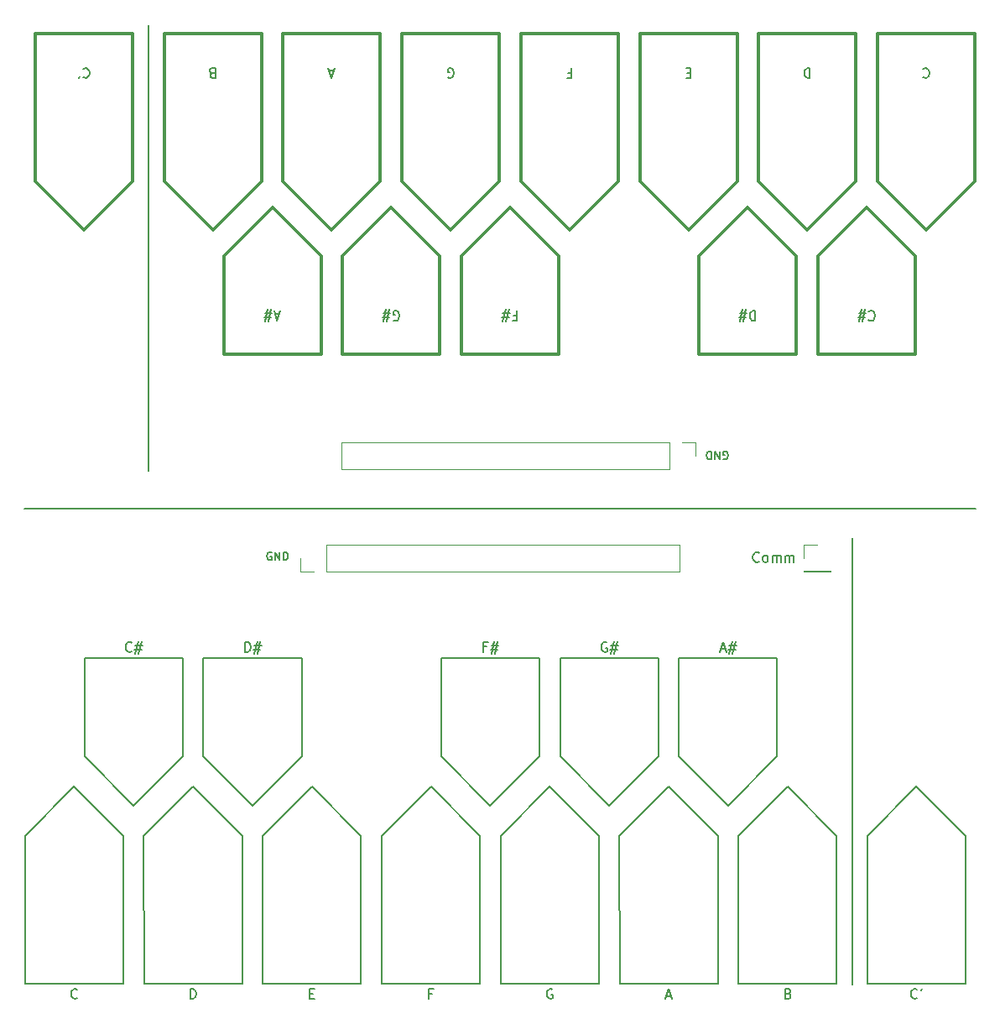
<source format=gbr>
%TF.GenerationSoftware,KiCad,Pcbnew,(6.0.5)*%
%TF.CreationDate,2022-09-04T14:03:00+01:00*%
%TF.ProjectId,MPR121TouchKeyboard,4d505231-3231-4546-9f75-63684b657962,rev?*%
%TF.SameCoordinates,Original*%
%TF.FileFunction,Legend,Top*%
%TF.FilePolarity,Positive*%
%FSLAX46Y46*%
G04 Gerber Fmt 4.6, Leading zero omitted, Abs format (unit mm)*
G04 Created by KiCad (PCBNEW (6.0.5)) date 2022-09-04 14:03:00*
%MOMM*%
%LPD*%
G01*
G04 APERTURE LIST*
%ADD10C,0.150000*%
%ADD11C,0.200000*%
%ADD12C,0.300000*%
%ADD13C,0.120000*%
G04 APERTURE END LIST*
D10*
X191000000Y-62000000D02*
X95000000Y-62000000D01*
X107470000Y-58200000D02*
X107470000Y-13200000D01*
X178500000Y-110000000D02*
X178500000Y-65000000D01*
X119910476Y-66440000D02*
X119834285Y-66401904D01*
X119720000Y-66401904D01*
X119605714Y-66440000D01*
X119529523Y-66516190D01*
X119491428Y-66592380D01*
X119453333Y-66744761D01*
X119453333Y-66859047D01*
X119491428Y-67011428D01*
X119529523Y-67087619D01*
X119605714Y-67163809D01*
X119720000Y-67201904D01*
X119796190Y-67201904D01*
X119910476Y-67163809D01*
X119948571Y-67125714D01*
X119948571Y-66859047D01*
X119796190Y-66859047D01*
X120291428Y-67201904D02*
X120291428Y-66401904D01*
X120748571Y-67201904D01*
X120748571Y-66401904D01*
X121129523Y-67201904D02*
X121129523Y-66401904D01*
X121320000Y-66401904D01*
X121434285Y-66440000D01*
X121510476Y-66516190D01*
X121548571Y-66592380D01*
X121586666Y-66744761D01*
X121586666Y-66859047D01*
X121548571Y-67011428D01*
X121510476Y-67087619D01*
X121434285Y-67163809D01*
X121320000Y-67201904D01*
X121129523Y-67201904D01*
X165519523Y-57010000D02*
X165595714Y-57048095D01*
X165710000Y-57048095D01*
X165824285Y-57010000D01*
X165900476Y-56933809D01*
X165938571Y-56857619D01*
X165976666Y-56705238D01*
X165976666Y-56590952D01*
X165938571Y-56438571D01*
X165900476Y-56362380D01*
X165824285Y-56286190D01*
X165710000Y-56248095D01*
X165633809Y-56248095D01*
X165519523Y-56286190D01*
X165481428Y-56324285D01*
X165481428Y-56590952D01*
X165633809Y-56590952D01*
X165138571Y-56248095D02*
X165138571Y-57048095D01*
X164681428Y-56248095D01*
X164681428Y-57048095D01*
X164300476Y-56248095D02*
X164300476Y-57048095D01*
X164110000Y-57048095D01*
X163995714Y-57010000D01*
X163919523Y-56933809D01*
X163881428Y-56857619D01*
X163843333Y-56705238D01*
X163843333Y-56590952D01*
X163881428Y-56438571D01*
X163919523Y-56362380D01*
X163995714Y-56286190D01*
X164110000Y-56248095D01*
X164300476Y-56248095D01*
%TO.C,J10*%
X159761904Y-111166666D02*
X160238095Y-111166666D01*
X159666666Y-111452380D02*
X160000000Y-110452380D01*
X160333333Y-111452380D01*
%TO.C,J5*%
X123785714Y-110928571D02*
X124119047Y-110928571D01*
X124261904Y-111452380D02*
X123785714Y-111452380D01*
X123785714Y-110452380D01*
X124261904Y-110452380D01*
%TO.C,J12*%
X172071428Y-110928571D02*
X172214285Y-110976190D01*
X172261904Y-111023809D01*
X172309523Y-111119047D01*
X172309523Y-111261904D01*
X172261904Y-111357142D01*
X172214285Y-111404761D01*
X172119047Y-111452380D01*
X171738095Y-111452380D01*
X171738095Y-110452380D01*
X172071428Y-110452380D01*
X172166666Y-110500000D01*
X172214285Y-110547619D01*
X172261904Y-110642857D01*
X172261904Y-110738095D01*
X172214285Y-110833333D01*
X172166666Y-110880952D01*
X172071428Y-110928571D01*
X171738095Y-110928571D01*
%TO.C,J26*%
X120738095Y-42333333D02*
X120261904Y-42333333D01*
X120833333Y-42047619D02*
X120500000Y-43047619D01*
X120166666Y-42047619D01*
X119880952Y-42714285D02*
X119166666Y-42714285D01*
X119595238Y-43142857D02*
X119880952Y-41857142D01*
X119261904Y-42285714D02*
X119976190Y-42285714D01*
X119547619Y-41857142D02*
X119261904Y-43142857D01*
%TO.C,J7*%
X141642857Y-75928571D02*
X141309523Y-75928571D01*
X141309523Y-76452380D02*
X141309523Y-75452380D01*
X141785714Y-75452380D01*
X142119047Y-75785714D02*
X142833333Y-75785714D01*
X142404761Y-75357142D02*
X142119047Y-76642857D01*
X142738095Y-76214285D02*
X142023809Y-76214285D01*
X142452380Y-76642857D02*
X142738095Y-75357142D01*
%TO.C,J28*%
X100928571Y-17642857D02*
X100976190Y-17595238D01*
X101119047Y-17547619D01*
X101214285Y-17547619D01*
X101357142Y-17595238D01*
X101452380Y-17690476D01*
X101500000Y-17785714D01*
X101547619Y-17976190D01*
X101547619Y-18119047D01*
X101500000Y-18309523D01*
X101452380Y-18404761D01*
X101357142Y-18500000D01*
X101214285Y-18547619D01*
X101119047Y-18547619D01*
X100976190Y-18500000D01*
X100928571Y-18452380D01*
X100452380Y-18547619D02*
X100547619Y-18357142D01*
%TO.C,J13*%
X185071428Y-111357142D02*
X185023809Y-111404761D01*
X184880952Y-111452380D01*
X184785714Y-111452380D01*
X184642857Y-111404761D01*
X184547619Y-111309523D01*
X184500000Y-111214285D01*
X184452380Y-111023809D01*
X184452380Y-110880952D01*
X184500000Y-110690476D01*
X184547619Y-110595238D01*
X184642857Y-110500000D01*
X184785714Y-110452380D01*
X184880952Y-110452380D01*
X185023809Y-110500000D01*
X185071428Y-110547619D01*
X185547619Y-110452380D02*
X185452380Y-110642857D01*
%TO.C,J23*%
X137738095Y-18500000D02*
X137833333Y-18547619D01*
X137976190Y-18547619D01*
X138119047Y-18500000D01*
X138214285Y-18404761D01*
X138261904Y-18309523D01*
X138309523Y-18119047D01*
X138309523Y-17976190D01*
X138261904Y-17785714D01*
X138214285Y-17690476D01*
X138119047Y-17595238D01*
X137976190Y-17547619D01*
X137880952Y-17547619D01*
X137738095Y-17595238D01*
X137690476Y-17642857D01*
X137690476Y-17976190D01*
X137880952Y-17976190D01*
%TO.C,J4*%
X117238095Y-76452380D02*
X117238095Y-75452380D01*
X117476190Y-75452380D01*
X117619047Y-75500000D01*
X117714285Y-75595238D01*
X117761904Y-75690476D01*
X117809523Y-75880952D01*
X117809523Y-76023809D01*
X117761904Y-76214285D01*
X117714285Y-76309523D01*
X117619047Y-76404761D01*
X117476190Y-76452380D01*
X117238095Y-76452380D01*
X118190476Y-75785714D02*
X118904761Y-75785714D01*
X118476190Y-75357142D02*
X118190476Y-76642857D01*
X118809523Y-76214285D02*
X118095238Y-76214285D01*
X118523809Y-76642857D02*
X118809523Y-75357142D01*
%TO.C,J24*%
X132238095Y-43000000D02*
X132333333Y-43047619D01*
X132476190Y-43047619D01*
X132619047Y-43000000D01*
X132714285Y-42904761D01*
X132761904Y-42809523D01*
X132809523Y-42619047D01*
X132809523Y-42476190D01*
X132761904Y-42285714D01*
X132714285Y-42190476D01*
X132619047Y-42095238D01*
X132476190Y-42047619D01*
X132380952Y-42047619D01*
X132238095Y-42095238D01*
X132190476Y-42142857D01*
X132190476Y-42476190D01*
X132380952Y-42476190D01*
X131809523Y-42714285D02*
X131095238Y-42714285D01*
X131523809Y-43142857D02*
X131809523Y-41857142D01*
X131190476Y-42285714D02*
X131904761Y-42285714D01*
X131476190Y-41857142D02*
X131190476Y-43142857D01*
%TO.C,J3*%
X111738095Y-111452380D02*
X111738095Y-110452380D01*
X111976190Y-110452380D01*
X112119047Y-110500000D01*
X112214285Y-110595238D01*
X112261904Y-110690476D01*
X112309523Y-110880952D01*
X112309523Y-111023809D01*
X112261904Y-111214285D01*
X112214285Y-111309523D01*
X112119047Y-111404761D01*
X111976190Y-111452380D01*
X111738095Y-111452380D01*
%TO.C,J6*%
X136142857Y-110928571D02*
X135809523Y-110928571D01*
X135809523Y-111452380D02*
X135809523Y-110452380D01*
X136285714Y-110452380D01*
%TO.C,J8*%
X148261904Y-110500000D02*
X148166666Y-110452380D01*
X148023809Y-110452380D01*
X147880952Y-110500000D01*
X147785714Y-110595238D01*
X147738095Y-110690476D01*
X147690476Y-110880952D01*
X147690476Y-111023809D01*
X147738095Y-111214285D01*
X147785714Y-111309523D01*
X147880952Y-111404761D01*
X148023809Y-111452380D01*
X148119047Y-111452380D01*
X148261904Y-111404761D01*
X148309523Y-111357142D01*
X148309523Y-111023809D01*
X148119047Y-111023809D01*
%TO.C,J1*%
X100309523Y-111357142D02*
X100261904Y-111404761D01*
X100119047Y-111452380D01*
X100023809Y-111452380D01*
X99880952Y-111404761D01*
X99785714Y-111309523D01*
X99738095Y-111214285D01*
X99690476Y-111023809D01*
X99690476Y-110880952D01*
X99738095Y-110690476D01*
X99785714Y-110595238D01*
X99880952Y-110500000D01*
X100023809Y-110452380D01*
X100119047Y-110452380D01*
X100261904Y-110500000D01*
X100309523Y-110547619D01*
%TO.C,J11*%
X165261904Y-76166666D02*
X165738095Y-76166666D01*
X165166666Y-76452380D02*
X165500000Y-75452380D01*
X165833333Y-76452380D01*
X166119047Y-75785714D02*
X166833333Y-75785714D01*
X166404761Y-75357142D02*
X166119047Y-76642857D01*
X166738095Y-76214285D02*
X166023809Y-76214285D01*
X166452380Y-76642857D02*
X166738095Y-75357142D01*
%TO.C,J17*%
X180190476Y-42142857D02*
X180238095Y-42095238D01*
X180380952Y-42047619D01*
X180476190Y-42047619D01*
X180619047Y-42095238D01*
X180714285Y-42190476D01*
X180761904Y-42285714D01*
X180809523Y-42476190D01*
X180809523Y-42619047D01*
X180761904Y-42809523D01*
X180714285Y-42904761D01*
X180619047Y-43000000D01*
X180476190Y-43047619D01*
X180380952Y-43047619D01*
X180238095Y-43000000D01*
X180190476Y-42952380D01*
X179809523Y-42714285D02*
X179095238Y-42714285D01*
X179523809Y-43142857D02*
X179809523Y-41857142D01*
X179190476Y-42285714D02*
X179904761Y-42285714D01*
X179476190Y-41857142D02*
X179190476Y-43142857D01*
%TO.C,J16*%
X185690476Y-17642857D02*
X185738095Y-17595238D01*
X185880952Y-17547619D01*
X185976190Y-17547619D01*
X186119047Y-17595238D01*
X186214285Y-17690476D01*
X186261904Y-17785714D01*
X186309523Y-17976190D01*
X186309523Y-18119047D01*
X186261904Y-18309523D01*
X186214285Y-18404761D01*
X186119047Y-18500000D01*
X185976190Y-18547619D01*
X185880952Y-18547619D01*
X185738095Y-18500000D01*
X185690476Y-18452380D01*
%TO.C,J25*%
X126238095Y-17833333D02*
X125761904Y-17833333D01*
X126333333Y-17547619D02*
X126000000Y-18547619D01*
X125666666Y-17547619D01*
%TO.C,J21*%
X149857142Y-18071428D02*
X150190476Y-18071428D01*
X150190476Y-17547619D02*
X150190476Y-18547619D01*
X149714285Y-18547619D01*
%TO.C,J27*%
X113928571Y-18071428D02*
X113785714Y-18023809D01*
X113738095Y-17976190D01*
X113690476Y-17880952D01*
X113690476Y-17738095D01*
X113738095Y-17642857D01*
X113785714Y-17595238D01*
X113880952Y-17547619D01*
X114261904Y-17547619D01*
X114261904Y-18547619D01*
X113928571Y-18547619D01*
X113833333Y-18500000D01*
X113785714Y-18452380D01*
X113738095Y-18357142D01*
X113738095Y-18261904D01*
X113785714Y-18166666D01*
X113833333Y-18119047D01*
X113928571Y-18071428D01*
X114261904Y-18071428D01*
%TO.C,J14*%
X169123809Y-67297142D02*
X169076190Y-67344761D01*
X168933333Y-67392380D01*
X168838095Y-67392380D01*
X168695238Y-67344761D01*
X168600000Y-67249523D01*
X168552380Y-67154285D01*
X168504761Y-66963809D01*
X168504761Y-66820952D01*
X168552380Y-66630476D01*
X168600000Y-66535238D01*
X168695238Y-66440000D01*
X168838095Y-66392380D01*
X168933333Y-66392380D01*
X169076190Y-66440000D01*
X169123809Y-66487619D01*
X169695238Y-67392380D02*
X169600000Y-67344761D01*
X169552380Y-67297142D01*
X169504761Y-67201904D01*
X169504761Y-66916190D01*
X169552380Y-66820952D01*
X169600000Y-66773333D01*
X169695238Y-66725714D01*
X169838095Y-66725714D01*
X169933333Y-66773333D01*
X169980952Y-66820952D01*
X170028571Y-66916190D01*
X170028571Y-67201904D01*
X169980952Y-67297142D01*
X169933333Y-67344761D01*
X169838095Y-67392380D01*
X169695238Y-67392380D01*
X170457142Y-67392380D02*
X170457142Y-66725714D01*
X170457142Y-66820952D02*
X170504761Y-66773333D01*
X170600000Y-66725714D01*
X170742857Y-66725714D01*
X170838095Y-66773333D01*
X170885714Y-66868571D01*
X170885714Y-67392380D01*
X170885714Y-66868571D02*
X170933333Y-66773333D01*
X171028571Y-66725714D01*
X171171428Y-66725714D01*
X171266666Y-66773333D01*
X171314285Y-66868571D01*
X171314285Y-67392380D01*
X171790476Y-67392380D02*
X171790476Y-66725714D01*
X171790476Y-66820952D02*
X171838095Y-66773333D01*
X171933333Y-66725714D01*
X172076190Y-66725714D01*
X172171428Y-66773333D01*
X172219047Y-66868571D01*
X172219047Y-67392380D01*
X172219047Y-66868571D02*
X172266666Y-66773333D01*
X172361904Y-66725714D01*
X172504761Y-66725714D01*
X172600000Y-66773333D01*
X172647619Y-66868571D01*
X172647619Y-67392380D01*
%TO.C,J19*%
X168761904Y-42047619D02*
X168761904Y-43047619D01*
X168523809Y-43047619D01*
X168380952Y-43000000D01*
X168285714Y-42904761D01*
X168238095Y-42809523D01*
X168190476Y-42619047D01*
X168190476Y-42476190D01*
X168238095Y-42285714D01*
X168285714Y-42190476D01*
X168380952Y-42095238D01*
X168523809Y-42047619D01*
X168761904Y-42047619D01*
X167809523Y-42714285D02*
X167095238Y-42714285D01*
X167523809Y-43142857D02*
X167809523Y-41857142D01*
X167190476Y-42285714D02*
X167904761Y-42285714D01*
X167476190Y-41857142D02*
X167190476Y-43142857D01*
%TO.C,J20*%
X162214285Y-18071428D02*
X161880952Y-18071428D01*
X161738095Y-17547619D02*
X162214285Y-17547619D01*
X162214285Y-18547619D01*
X161738095Y-18547619D01*
%TO.C,J9*%
X153761904Y-75500000D02*
X153666666Y-75452380D01*
X153523809Y-75452380D01*
X153380952Y-75500000D01*
X153285714Y-75595238D01*
X153238095Y-75690476D01*
X153190476Y-75880952D01*
X153190476Y-76023809D01*
X153238095Y-76214285D01*
X153285714Y-76309523D01*
X153380952Y-76404761D01*
X153523809Y-76452380D01*
X153619047Y-76452380D01*
X153761904Y-76404761D01*
X153809523Y-76357142D01*
X153809523Y-76023809D01*
X153619047Y-76023809D01*
X154190476Y-75785714D02*
X154904761Y-75785714D01*
X154476190Y-75357142D02*
X154190476Y-76642857D01*
X154809523Y-76214285D02*
X154095238Y-76214285D01*
X154523809Y-76642857D02*
X154809523Y-75357142D01*
%TO.C,J2*%
X105809523Y-76357142D02*
X105761904Y-76404761D01*
X105619047Y-76452380D01*
X105523809Y-76452380D01*
X105380952Y-76404761D01*
X105285714Y-76309523D01*
X105238095Y-76214285D01*
X105190476Y-76023809D01*
X105190476Y-75880952D01*
X105238095Y-75690476D01*
X105285714Y-75595238D01*
X105380952Y-75500000D01*
X105523809Y-75452380D01*
X105619047Y-75452380D01*
X105761904Y-75500000D01*
X105809523Y-75547619D01*
X106190476Y-75785714D02*
X106904761Y-75785714D01*
X106476190Y-75357142D02*
X106190476Y-76642857D01*
X106809523Y-76214285D02*
X106095238Y-76214285D01*
X106523809Y-76642857D02*
X106809523Y-75357142D01*
%TO.C,J18*%
X174261904Y-17547619D02*
X174261904Y-18547619D01*
X174023809Y-18547619D01*
X173880952Y-18500000D01*
X173785714Y-18404761D01*
X173738095Y-18309523D01*
X173690476Y-18119047D01*
X173690476Y-17976190D01*
X173738095Y-17785714D01*
X173785714Y-17690476D01*
X173880952Y-17595238D01*
X174023809Y-17547619D01*
X174261904Y-17547619D01*
%TO.C,J22*%
X144357142Y-42571428D02*
X144690476Y-42571428D01*
X144690476Y-42047619D02*
X144690476Y-43047619D01*
X144214285Y-43047619D01*
X143880952Y-42714285D02*
X143166666Y-42714285D01*
X143595238Y-43142857D02*
X143880952Y-41857142D01*
X143261904Y-42285714D02*
X143976190Y-42285714D01*
X143547619Y-41857142D02*
X143261904Y-43142857D01*
%TO.C,J10*%
D11*
X164960000Y-95020000D02*
X164960000Y-109960000D01*
X155050000Y-109950000D01*
X155040000Y-95020000D01*
X160000000Y-90060000D01*
X164960000Y-95020000D01*
%TO.C,J5*%
X128960000Y-95020000D02*
X128960000Y-109960000D01*
X119050000Y-109950000D01*
X119040000Y-95020000D01*
X124000000Y-90060000D01*
X128960000Y-95020000D01*
%TO.C,J12*%
X176960000Y-95020000D02*
X176960000Y-109960000D01*
X167050000Y-109950000D01*
X167040000Y-95020000D01*
X172000000Y-90060000D01*
X176960000Y-95020000D01*
%TO.C,J26*%
D12*
X124910000Y-36540000D02*
X124910000Y-46410000D01*
X115090000Y-46400000D01*
X115090000Y-36540000D01*
X120000000Y-31630000D01*
X124910000Y-36540000D01*
%TO.C,J7*%
D11*
X146960000Y-86990000D02*
X142000000Y-91940000D01*
X137040000Y-86990000D01*
X137040000Y-77040000D01*
X146960000Y-77040000D01*
X146960000Y-86990000D01*
%TO.C,J28*%
D12*
X105910000Y-28960000D02*
X101000000Y-33870000D01*
X96090000Y-28960000D01*
X96090000Y-14090000D01*
X105910000Y-14090000D01*
X105910000Y-28960000D01*
%TO.C,J13*%
D11*
X189960000Y-95020000D02*
X189960000Y-109960000D01*
X180050000Y-109950000D01*
X180040000Y-95020000D01*
X185000000Y-90060000D01*
X189960000Y-95020000D01*
%TO.C,J23*%
D12*
X142910000Y-28960000D02*
X138000000Y-33870000D01*
X133090000Y-28960000D01*
X133090000Y-14090000D01*
X142910000Y-14090000D01*
X142910000Y-28960000D01*
%TO.C,J4*%
D11*
X122960000Y-86990000D02*
X118000000Y-91940000D01*
X113040000Y-86990000D01*
X113040000Y-77040000D01*
X122960000Y-77040000D01*
X122960000Y-86990000D01*
%TO.C,J24*%
D12*
X136910000Y-36540000D02*
X136910000Y-46410000D01*
X127090000Y-46400000D01*
X127090000Y-36540000D01*
X132000000Y-31630000D01*
X136910000Y-36540000D01*
%TO.C,J3*%
D11*
X116960000Y-95020000D02*
X116960000Y-109960000D01*
X107050000Y-109950000D01*
X107040000Y-95020000D01*
X112000000Y-90060000D01*
X116960000Y-95020000D01*
%TO.C,J6*%
X140960000Y-95020000D02*
X140960000Y-109960000D01*
X131050000Y-109950000D01*
X131040000Y-95020000D01*
X136000000Y-90060000D01*
X140960000Y-95020000D01*
%TO.C,J8*%
X152960000Y-95020000D02*
X152960000Y-109960000D01*
X143050000Y-109950000D01*
X143040000Y-95020000D01*
X148000000Y-90060000D01*
X152960000Y-95020000D01*
%TO.C,J1*%
X104960000Y-95020000D02*
X104960000Y-109960000D01*
X95050000Y-109950000D01*
X95040000Y-95020000D01*
X100000000Y-90060000D01*
X104960000Y-95020000D01*
%TO.C,J11*%
X170960000Y-86990000D02*
X166000000Y-91940000D01*
X161040000Y-86990000D01*
X161040000Y-77040000D01*
X170960000Y-77040000D01*
X170960000Y-86990000D01*
D13*
%TO.C,J15*%
X125470000Y-68330000D02*
X125470000Y-65670000D01*
X125470000Y-68330000D02*
X161090000Y-68330000D01*
X124200000Y-68330000D02*
X122870000Y-68330000D01*
X122870000Y-68330000D02*
X122870000Y-67000000D01*
X125470000Y-65670000D02*
X161090000Y-65670000D01*
X161090000Y-68330000D02*
X161090000Y-65670000D01*
%TO.C,J17*%
D12*
X184910000Y-36540000D02*
X184910000Y-46410000D01*
X175090000Y-46400000D01*
X175090000Y-36540000D01*
X180000000Y-31630000D01*
X184910000Y-36540000D01*
%TO.C,J16*%
X190910000Y-28960000D02*
X186000000Y-33870000D01*
X181090000Y-28960000D01*
X181090000Y-14090000D01*
X190910000Y-14090000D01*
X190910000Y-28960000D01*
%TO.C,J25*%
X130910000Y-28960000D02*
X126000000Y-33870000D01*
X121090000Y-28960000D01*
X121090000Y-14090000D01*
X130910000Y-14090000D01*
X130910000Y-28960000D01*
%TO.C,J21*%
X154910000Y-28960000D02*
X150000000Y-33870000D01*
X145090000Y-28960000D01*
X145090000Y-14090000D01*
X154910000Y-14090000D01*
X154910000Y-28960000D01*
%TO.C,J27*%
X118910000Y-28960000D02*
X114000000Y-33870000D01*
X109090000Y-28960000D01*
X109090000Y-14090000D01*
X118910000Y-14090000D01*
X118910000Y-28960000D01*
D13*
%TO.C,J14*%
X176330000Y-68270000D02*
X176330000Y-68330000D01*
X173670000Y-67000000D02*
X173670000Y-65670000D01*
X173670000Y-65670000D02*
X175000000Y-65670000D01*
X173670000Y-68270000D02*
X176330000Y-68270000D01*
X173670000Y-68330000D02*
X176330000Y-68330000D01*
X173670000Y-68270000D02*
X173670000Y-68330000D01*
%TO.C,J19*%
D12*
X172910000Y-36540000D02*
X172910000Y-46410000D01*
X163090000Y-46400000D01*
X163090000Y-36540000D01*
X168000000Y-31630000D01*
X172910000Y-36540000D01*
%TO.C,J20*%
X166910000Y-28960000D02*
X162000000Y-33870000D01*
X157090000Y-28960000D01*
X157090000Y-14090000D01*
X166910000Y-14090000D01*
X166910000Y-28960000D01*
%TO.C,J9*%
D11*
X158960000Y-86990000D02*
X154000000Y-91940000D01*
X149040000Y-86990000D01*
X149040000Y-77040000D01*
X158960000Y-77040000D01*
X158960000Y-86990000D01*
%TO.C,J2*%
X110960000Y-86990000D02*
X106000000Y-91940000D01*
X101040000Y-86990000D01*
X101040000Y-77040000D01*
X110960000Y-77040000D01*
X110960000Y-86990000D01*
%TO.C,J18*%
D12*
X178910000Y-28960000D02*
X174000000Y-33870000D01*
X169090000Y-28960000D01*
X169090000Y-14090000D01*
X178910000Y-14090000D01*
X178910000Y-28960000D01*
%TO.C,J22*%
X148910000Y-36540000D02*
X148910000Y-46410000D01*
X139090000Y-46400000D01*
X139090000Y-36540000D01*
X144000000Y-31630000D01*
X148910000Y-36540000D01*
D13*
%TO.C,J29*%
X160100000Y-57990000D02*
X127020000Y-57990000D01*
X160100000Y-55330000D02*
X160100000Y-57990000D01*
X162700000Y-55330000D02*
X162700000Y-56660000D01*
X160100000Y-55330000D02*
X127020000Y-55330000D01*
X127020000Y-55330000D02*
X127020000Y-57990000D01*
X161370000Y-55330000D02*
X162700000Y-55330000D01*
%TD*%
M02*

</source>
